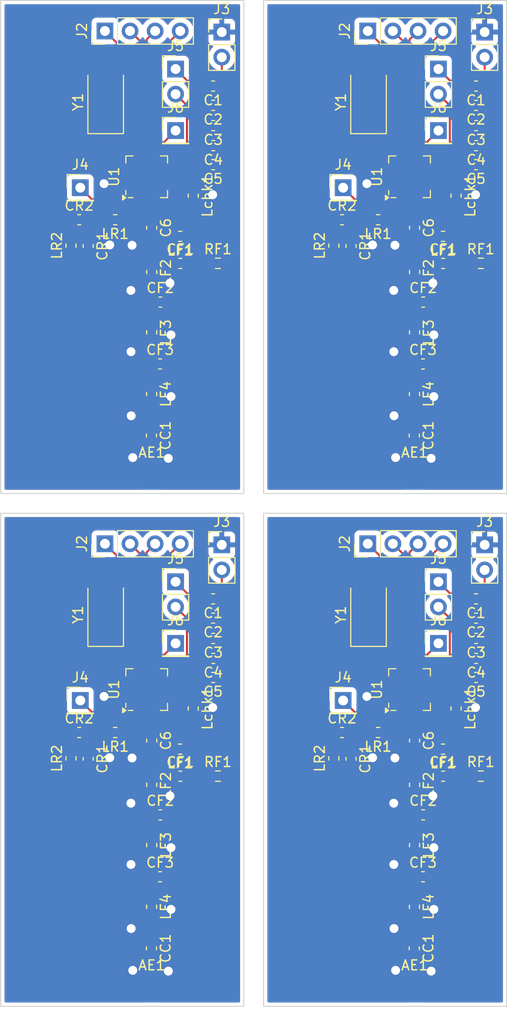
<source format=kicad_pcb>
(kicad_pcb (version 20241229) (generator "pcbnew") (generator_version "9.0")
  (layers (0 "F.Cu" signal) (2 "B.Cu" signal) (13 "F.Paste" user) (15 "B.Paste" user) (5 "F.SilkS" user "F.Silkscreen") (7 "B.SilkS" user "B.Silkscreen") (1 "F.Mask" user) (3 "B.Mask" user) (25 "Edge.Cuts" user))
  (net 0 "")
  (net 1 "Board_0-+3.3V")
  (net 2 "Board_0-/GPIO0")
  (net 3 "Board_0-/GPIO1")
  (net 4 "Board_0-GND")
  (net 5 "Board_0-MISO")
  (net 6 "Board_0-MOSI")
  (net 7 "Board_0-Net-(AE1-A)")
  (net 8 "Board_0-Net-(C6-Pad2)")
  (net 9 "Board_0-Net-(CC1-Pad1)")
  (net 10 "Board_0-Net-(CF1-Pad2)")
  (net 11 "Board_0-Net-(CF2-Pad1)")
  (net 12 "Board_0-Net-(CF3-Pad1)")
  (net 13 "Board_0-Net-(U1-RXn)")
  (net 14 "Board_0-Net-(U1-RXp)")
  (net 15 "Board_0-Net-(U1-TX)")
  (net 16 "Board_0-Net-(U1-XIN)")
  (net 17 "Board_0-Net-(U1-XOUT)")
  (net 18 "Board_0-SCLK")
  (net 19 "Board_0-unconnected-(U1-GND-Pad18)")
  (net 20 "Board_0-unconnected-(U1-GPIO2-Pad19)")
  (net 21 "Board_0-unconnected-(U1-GPIO3-Pad20)")
  (net 22 "Board_0-unconnected-(U1-TXRAMP-Pad7)")
  (net 23 "Board_0-~{RF_CS}")
  (net 24 "Board_0-~{RF_EN}")
  (net 25 "Board_0-~{RF_IRQ}")
  (net 26 "Board_1-+3.3V")
  (net 27 "Board_1-/GPIO0")
  (net 28 "Board_1-/GPIO1")
  (net 29 "Board_1-GND")
  (net 30 "Board_1-MISO")
  (net 31 "Board_1-MOSI")
  (net 32 "Board_1-Net-(AE1-A)")
  (net 33 "Board_1-Net-(C6-Pad2)")
  (net 34 "Board_1-Net-(CC1-Pad1)")
  (net 35 "Board_1-Net-(CF1-Pad2)")
  (net 36 "Board_1-Net-(CF2-Pad1)")
  (net 37 "Board_1-Net-(CF3-Pad1)")
  (net 38 "Board_1-Net-(U1-RXn)")
  (net 39 "Board_1-Net-(U1-RXp)")
  (net 40 "Board_1-Net-(U1-TX)")
  (net 41 "Board_1-Net-(U1-XIN)")
  (net 42 "Board_1-Net-(U1-XOUT)")
  (net 43 "Board_1-SCLK")
  (net 44 "Board_1-unconnected-(U1-GND-Pad18)")
  (net 45 "Board_1-unconnected-(U1-GPIO2-Pad19)")
  (net 46 "Board_1-unconnected-(U1-GPIO3-Pad20)")
  (net 47 "Board_1-unconnected-(U1-TXRAMP-Pad7)")
  (net 48 "Board_1-~{RF_CS}")
  (net 49 "Board_1-~{RF_EN}")
  (net 50 "Board_1-~{RF_IRQ}")
  (net 51 "Board_2-+3.3V")
  (net 52 "Board_2-/GPIO0")
  (net 53 "Board_2-/GPIO1")
  (net 54 "Board_2-GND")
  (net 55 "Board_2-MISO")
  (net 56 "Board_2-MOSI")
  (net 57 "Board_2-Net-(AE1-A)")
  (net 58 "Board_2-Net-(C6-Pad2)")
  (net 59 "Board_2-Net-(CC1-Pad1)")
  (net 60 "Board_2-Net-(CF1-Pad2)")
  (net 61 "Board_2-Net-(CF2-Pad1)")
  (net 62 "Board_2-Net-(CF3-Pad1)")
  (net 63 "Board_2-Net-(U1-RXn)")
  (net 64 "Board_2-Net-(U1-RXp)")
  (net 65 "Board_2-Net-(U1-TX)")
  (net 66 "Board_2-Net-(U1-XIN)")
  (net 67 "Board_2-Net-(U1-XOUT)")
  (net 68 "Board_2-SCLK")
  (net 69 "Board_2-unconnected-(U1-GND-Pad18)")
  (net 70 "Board_2-unconnected-(U1-GPIO2-Pad19)")
  (net 71 "Board_2-unconnected-(U1-GPIO3-Pad20)")
  (net 72 "Board_2-unconnected-(U1-TXRAMP-Pad7)")
  (net 73 "Board_2-~{RF_CS}")
  (net 74 "Board_2-~{RF_EN}")
  (net 75 "Board_2-~{RF_IRQ}")
  (net 76 "Board_3-+3.3V")
  (net 77 "Board_3-/GPIO0")
  (net 78 "Board_3-/GPIO1")
  (net 79 "Board_3-GND")
  (net 80 "Board_3-MISO")
  (net 81 "Board_3-MOSI")
  (net 82 "Board_3-Net-(AE1-A)")
  (net 83 "Board_3-Net-(C6-Pad2)")
  (net 84 "Board_3-Net-(CC1-Pad1)")
  (net 85 "Board_3-Net-(CF1-Pad2)")
  (net 86 "Board_3-Net-(CF2-Pad1)")
  (net 87 "Board_3-Net-(CF3-Pad1)")
  (net 88 "Board_3-Net-(U1-RXn)")
  (net 89 "Board_3-Net-(U1-RXp)")
  (net 90 "Board_3-Net-(U1-TX)")
  (net 91 "Board_3-Net-(U1-XIN)")
  (net 92 "Board_3-Net-(U1-XOUT)")
  (net 93 "Board_3-SCLK")
  (net 94 "Board_3-unconnected-(U1-GND-Pad18)")
  (net 95 "Board_3-unconnected-(U1-GPIO2-Pad19)")
  (net 96 "Board_3-unconnected-(U1-GPIO3-Pad20)")
  (net 97 "Board_3-unconnected-(U1-TXRAMP-Pad7)")
  (net 98 "Board_3-~{RF_CS}")
  (net 99 "Board_3-~{RF_EN}")
  (net 100 "Board_3-~{RF_IRQ}")
  (footprint "Connector_PinHeader_2.54mm:PinHeader_1x01_P2.54mm_Vertical" (layer "F.Cu") (at 140.595 85.035)
    (property "Reference" "J6")
    (property "Value" "Conn_01x01_Pin")
  )
  (footprint "Inductor_SMD:L_0603_1608Metric_Pad1.05x0.95mm_HandSolder" (layer "F.Cu") (at 164.78 47.47 -90)
    (property "Reference" "LF2")
    (property "Value" "47n")
  )
  (footprint "Capacitor_SMD:C_0603_1608Metric_Pad1.08x0.95mm_HandSolder" (layer "F.Cu") (at 171.0075 34.685 180)
    (property "Reference" "C4")
    (property "Value" "470p")
  )
  (footprint "Connector_PinHeader_2.54mm:PinHeader_1x02_P2.54mm_Vertical" (layer "F.Cu") (at 145.27 75.07)
    (property "Reference" "J3")
    (property "Value" "PWR")
  )
  (footprint "Crystal:Crystal_SMD_Abracon_ABM3-2Pin_5.0x3.2mm" (layer "F.Cu") (at 160.12 30.27 90)
    (property "Reference" "Y1")
    (property "Value" "30MHz")
  )
  (footprint "Inductor_SMD:L_0603_1608Metric_Pad1.05x0.95mm_HandSolder" (layer "F.Cu") (at 141.06 95.735 180)
    (property "Reference" "LF1")
    (property "Value" "33n")
  )
  (footprint "Capacitor_SMD:C_0603_1608Metric_Pad1.08x0.95mm_HandSolder" (layer "F.Cu") (at 170.995 88.485 180)
    (property "Reference" "C5")
    (property "Value" "100p")
  )
  (footprint "Capacitor_SMD:C_0603_1608Metric_Pad1.08x0.95mm_HandSolder" (layer "F.Cu") (at 144.4075 32.66 180)
    (property "Reference" "C3")
    (property "Value" "100n")
  )
  (footprint "Capacitor_SMD:C_0603_1608Metric_Pad1.08x0.95mm_HandSolder" (layer "F.Cu") (at 131.75 96.715 -90)
    (property "Reference" "CR1")
    (property "Value" "14p")
  )
  (footprint "Inductor_SMD:L_0603_1608Metric_Pad1.05x0.95mm_HandSolder" (layer "F.Cu") (at 138.17 59.815 -90)
    (property "Reference" "LF4")
    (property "Value" "47n")
  )
  (footprint "Capacitor_SMD:C_0603_1608Metric_Pad1.08x0.95mm_HandSolder" (layer "F.Cu") (at 157.4375 42.18)
    (property "Reference" "CR2")
    (property "Value" "6.8p")
  )
  (footprint "Capacitor_SMD:C_0603_1608Metric_Pad1.08x0.95mm_HandSolder" (layer "F.Cu") (at 164.78 94.8675 -90)
    (property "Reference" "C6")
    (property "Value" "470p")
  )
  (footprint "Connector_Wire:SolderWirePad_1x01_SMD_1x2mm" (layer "F.Cu") (at 138.18 120.145)
    (property "Reference" "AE1")
    (property "Value" "Antenna")
  )
  (footprint "Connector_PinHeader_2.54mm:PinHeader_1x02_P2.54mm_Vertical" (layer "F.Cu") (at 171.87 75.07)
    (property "Reference" "J3")
    (property "Value" "PWR")
  )
  (footprint "Inductor_SMD:L_0603_1608Metric_Pad1.05x0.95mm_HandSolder" (layer "F.Cu") (at 164.78 105.445 -90)
    (property "Reference" "LF3")
    (property "Value" "68n")
  )
  (footprint "Inductor_SMD:L_0603_1608Metric_Pad1.05x0.95mm_HandSolder" (layer "F.Cu") (at 138.18 99.345 -90)
    (property "Reference" "LF2")
    (property "Value" "47n")
  )
  (footprint "Connector_PinHeader_2.54mm:PinHeader_1x02_P2.54mm_Vertical" (layer "F.Cu") (at 167.195 26.935)
    (property "Reference" "J5")
    (property "Value" "Conn_01x02_Pin")
  )
  (footprint "Crystal:Crystal_SMD_Abracon_ABM3-2Pin_5.0x3.2mm" (layer "F.Cu") (at 133.52 30.27 90)
    (property "Reference" "Y1")
    (property "Value" "30MHz")
  )
  (footprint "Capacitor_SMD:C_0603_1608Metric_Pad1.08x0.95mm_HandSolder" (layer "F.Cu") (at 144.395 28.66 180)
    (property "Reference" "C1")
    (property "Value" "2.2u")
  )
  (footprint "Capacitor_SMD:C_0603_1608Metric_Pad1.08x0.95mm_HandSolder" (layer "F.Cu") (at 141.07 98.475)
    (property "Reference" "CF1")
    (property "Value" "36p")
  )
  (footprint "Connector_PinHeader_2.54mm:PinHeader_1x02_P2.54mm_Vertical" (layer "F.Cu") (at 140.595 78.81)
    (property "Reference" "J5")
    (property "Value" "Conn_01x02_Pin")
  )
  (footprint "Connector_PinHeader_2.54mm:PinHeader_1x02_P2.54mm_Vertical" (layer "F.Cu") (at 167.195 78.81)
    (property "Reference" "J5")
    (property "Value" "Conn_01x02_Pin")
  )
  (footprint "Connector_PinHeader_2.54mm:PinHeader_1x01_P2.54mm_Vertical" (layer "F.Cu") (at 167.195 85.035)
    (property "Reference" "J6")
    (property "Value" "Conn_01x01_Pin")
  )
  (footprint "Capacitor_SMD:C_0603_1608Metric_Pad1.08x0.95mm_HandSolder" (layer "F.Cu") (at 170.995 28.66 180)
    (property "Reference" "C1")
    (property "Value" "2.2u")
  )
  (footprint "Capacitor_SMD:C_0603_1608Metric_Pad1.08x0.95mm_HandSolder" (layer "F.Cu") (at 138.15 115.885 -90)
    (property "Reference" "CC1")
    (property "Value" "10n")
  )
  (footprint "Inductor_SMD:L_0603_1608Metric_Pad1.05x0.95mm_HandSolder" (layer "F.Cu") (at 141.06 43.86 180)
    (property "Reference" "LF1")
    (property "Value" "33n")
  )
  (footprint "Capacitor_SMD:C_0603_1608Metric_Pad1.08x0.95mm_HandSolder" (layer "F.Cu") (at 157.4375 94.055)
    (property "Reference" "CR2")
    (property "Value" "6.8p")
  )
  (footprint "Capacitor_SMD:C_0603_1608Metric_Pad1.08x0.95mm_HandSolder" (layer "F.Cu") (at 171.0075 32.66 180)
    (property "Reference" "C3")
    (property "Value" "100n")
  )
  (footprint "Capacitor_SMD:C_0603_1608Metric_Pad1.08x0.95mm_HandSolder" (layer "F.Cu") (at 130.8375 42.18)
    (property "Reference" "CR2")
    (property "Value" "6.8p")
  )
  (footprint "Capacitor_SMD:C_0603_1608Metric_Pad1.08x0.95mm_HandSolder" (layer "F.Cu") (at 130.8375 94.055)
    (property "Reference" "CR2")
    (property "Value" "6.8p")
  )
  (footprint "Capacitor_SMD:C_0603_1608Metric_Pad1.08x0.95mm_HandSolder" (layer "F.Cu") (at 164.75 115.885 -90)
    (property "Reference" "CC1")
    (property "Value" "10n")
  )
  (footprint "Capacitor_SMD:C_0603_1608Metric_Pad1.08x0.95mm_HandSolder" (layer "F.Cu") (at 144.4075 34.685 180)
    (property "Reference" "C4")
    (property "Value" "470p")
  )
  (footprint "Capacitor_SMD:C_0603_1608Metric_Pad1.08x0.95mm_HandSolder" (layer "F.Cu") (at 164.75 64.01 -90)
    (property "Reference" "CC1")
    (property "Value" "10n")
  )
  (footprint "Inductor_SMD:L_0603_1608Metric_Pad1.05x0.95mm_HandSolder" (layer "F.Cu") (at 134.485 42.18 180)
    (property "Reference" "LR1")
    (property "Value" "300n")
  )
  (footprint "Inductor_SMD:L_0603_1608Metric_Pad1.05x0.95mm_HandSolder" (layer "F.Cu") (at 164.78 99.345 -90)
    (property "Reference" "LF2")
    (property "Value" "47n")
  )
  (footprint "Connector_PinHeader_2.54mm:PinHeader_1x01_P2.54mm_Vertical" (layer "F.Cu") (at 140.595 33.16)
    (property "Reference" "J6")
    (property "Value" "Conn_01x01_Pin")
  )
  (footprint "Inductor_SMD:L_0603_1608Metric_Pad1.05x0.95mm_HandSolder" (layer "F.Cu") (at 138.18 105.445 -90)
    (property "Reference" "LF3")
    (property "Value" "68n")
  )
  (footprint "Capacitor_SMD:C_0603_1608Metric_Pad1.08x0.95mm_HandSolder" (layer "F.Cu") (at 165.65 102.385)
    (property "Reference" "CF2")
    (property "Value" "20p")
  )
  (footprint "Capacitor_SMD:C_0603_1608Metric_Pad1.08x0.95mm_HandSolder" (layer "F.Cu") (at 144.395 80.535 180)
    (property "Reference" "C1")
    (property "Value" "2.2u")
  )
  (footprint "Inductor_SMD:L_0603_1608Metric_Pad1.05x0.95mm_HandSolder" (layer "F.Cu") (at 138.18 47.47 -90)
    (property "Reference" "LF2")
    (property "Value" "47n")
  )
  (footprint "Connector_PinHeader_2.54mm:PinHeader_1x04_P2.54mm_Vertical" (layer "F.Cu") (at 133.445 74.96 90)
    (property "Reference" "J2")
    (property "Value" "SPI")
  )
  (footprint "Package_DFN_QFN:QFN-20-1EP_4x4mm_P0.5mm_EP2.6x2.6mm" (layer "F.Cu") (at 137.67 37.835 90)
    (property "Reference" "U1")
    (property "Value" "Si4463")
  )
  (footprint "Capacitor_SMD:C_0603_1608Metric_Pad1.08x0.95mm_HandSolder" (layer "F.Cu") (at 165.6275 108.645)
    (property "Reference" "CF3")
    (property "Value" "20p")
  )
  (footprint "Inductor_SMD:L_0603_1608Metric_Pad1.05x0.95mm_HandSolder" (layer "F.Cu") (at 134.485 94.055 180)
    (property "Reference" "LR1")
    (property "Value" "300n")
  )
  (footprint "Connector_Wire:SolderWirePad_1x01_SMD_1x2mm" (layer "F.Cu") (at 164.78 68.27)
    (property "Reference" "AE1")
    (property "Value" "Antenna")
  )
  (footprint "Inductor_SMD:L_0603_1608Metric_Pad1.05x0.95mm_HandSolder" (layer "F.Cu") (at 156.61 44.795 90)
    (property "Reference" "LR2")
    (property "Value" "180n")
  )
  (footprint "Inductor_SMD:L_0603_1608Metric_Pad1.05x0.95mm_HandSolder" (layer "F.Cu") (at 167.66 43.86 180)
    (property "Reference" "LF1")
    (property "Value" "33n")
  )
  (footprint "Capacitor_SMD:C_0603_1608Metric_Pad1.08x0.95mm_HandSolder" (layer "F.Cu") (at 170.995 82.485 180)
    (property "Reference" "C2")
    (property "Value" "100n")
  )
  (footprint "Connector_PinHeader_2.54mm:PinHeader_1x04_P2.54mm_Vertical" (layer "F.Cu") (at 133.445 23.085 90)
    (property "Reference" "J2")
    (property "Value" "SPI")
  )
  (footprint "Connector_PinHeader_2.54mm:PinHeader_1x02_P2.54mm_Vertical" (layer "F.Cu") (at 171.87 23.195)
    (property "Reference" "J3")
    (property "Value" "PWR")
  )
  (footprint "Capacitor_SMD:C_0603_1608Metric_Pad1.08x0.95mm_HandSolder" (layer "F.Cu") (at 138.18 42.9925 -90)
    (property "Reference" "C6")
    (property "Value" "470p")
  )
  (footprint "Capacitor_SMD:C_0603_1608Metric_Pad1.08x0.95mm_HandSolder" (layer "F.Cu") (at 170.995 30.61 180)
    (property "Reference" "C2")
    (property "Value" "100n")
  )
  (footprint "Connector_PinHeader_2.54mm:PinHeader_1x01_P2.54mm_Vertical" (layer "F.Cu") (at 130.95 38.94)
    (property "Reference" "J4")
    (property "Value" "Conn_01x01_Pin")
  )
  (footprint "Capacitor_SMD:C_0603_1608Metric_Pad1.08x0.95mm_HandSolder" (layer "F.Cu") (at 171.0075 86.56 180)
    (property "Reference" "C4")
    (property "Value" "470p")
  )
  (footprint "Capacitor_SMD:C_0603_1608Metric_Pad1.08x0.95mm_HandSolder" (layer "F.Cu") (at 158.35 96.715 -90)
    (property "Reference" "CR1")
    (property "Value" "14p")
  )
  (footprint "Crystal:Crystal_SMD_Abracon_ABM3-2Pin_5.0x3.2mm" (layer "F.Cu") (at 160.12 82.145 90)
    (property "Reference" "Y1")
    (property "Value" "30MHz")
  )
  (footprint "Capacitor_SMD:C_0603_1608Metric_Pad1.08x0.95mm_HandSolder" (layer "F.Cu") (at 167.67 46.6)
    (property "Reference" "CF1")
    (property "Value" "36p")
  )
  (footprint "Capacitor_SMD:C_0603_1608Metric_Pad1.08x0.95mm_HandSolder" (layer "F.Cu") (at 164.78 42.9925 -90)
    (property "Reference" "C6")
    (property "Value" "470p")
  )
  (footprint "Connector_PinHeader_2.54mm:PinHeader_1x02_P2.54mm_Vertical" (layer "F.Cu") (at 140.595 26.935)
    (property "Reference" "J5")
    (property "Value" "Conn_01x02_Pin")
  )
  (footprint "Inductor_SMD:L_0603_1608Metric_Pad1.05x0.95mm_HandSolder" (layer "F.Cu") (at 138.18 53.57 -90)
    (property "Reference" "LF3")
    (property "Value" "68n")
  )
  (footprint "Inductor_SMD:L_0603_1608Metric_Pad1.05x0.95mm_HandSolder" (layer "F.Cu") (at 142.38 91.625 -90)
    (property "Reference" "Lchk1")
    (property "Value" "390n")
  )
  (footprint "Resistor_SMD:R_0603_1608Metric_Pad0.98x0.95mm_HandSolder" (layer "F.Cu") (at 171.48 46.59)
    (property "Reference" "RF1")
    (property "Value" "50")
  )
  (footprint "Capacitor_SMD:C_0603_1608Metric_Pad1.08x0.95mm_HandSolder" (layer "F.Cu") (at 139.05 50.51)
    (property "Reference" "CF2")
    (property "Value" "20p")
  )
  (footprint "Capacitor_SMD:C_0603_1608Metric_Pad1.08x0.95mm_HandSolder" (layer "F.Cu") (at 144.395 36.61 180)
    (property "Reference" "C5")
    (property "Value" "100p")
  )
  (footprint "Crystal:Crystal_SMD_Abracon_ABM3-2Pin_5.0x3.2mm" (layer "F.Cu") (at 133.52 82.145 90)
    (property "Reference" "Y1")
    (property "Value" "30MHz")
  )
  (footprint "Capacitor_SMD:C_0603_1608Metric_Pad1.08x0.95mm_HandSolder" (layer "F.Cu") (at 144.4075 84.535 180)
    (property "Reference" "C3")
    (property "Value" "100n")
  )
  (footprint "Connector_PinHeader_2.54mm:PinHeader_1x01_P2.54mm_Vertical" (layer "F.Cu") (at 130.95 90.815)
    (property "Reference" "J4")
    (property "Value" "Conn_01x01_Pin")
  )
  (footprint "Capacitor_SMD:C_0603_1608Metric_Pad1.08x0.95mm_HandSolder" (layer "F.Cu") (at 141.07 46.6)
    (property "Reference" "CF1")
    (property "Value" "36p")
  )
  (footprint "Capacitor_SMD:C_0603_1608Metric_Pad1.08x0.95mm_HandSolder" (layer "F.Cu") (at 158.35 44.84 -90)
    (property "Reference" "CR1")
    (property "Value" "14p")
  )
  (footprint "Inductor_SMD:L_0603_1608Metric_Pad1.05x0.95mm_HandSolder" (layer "F.Cu") (at 164.78 53.57 -90)
    (property "Reference" "LF3")
    (property "Value" "68n")
  )
  (footprint "Capacitor_SMD:C_0603_1608Metric_Pad1.08x0.95mm_HandSolder" (layer "F.Cu") (at 165.6275 56.77)
    (property "Reference" "CF3")
    (property "Value" "20p")
  )
  (footprint "Package_DFN_QFN:QFN-20-1EP_4x4mm_P0.5mm_EP2.6x2.6mm" (layer "F.Cu") (at 164.27 89.71 90)
    (property "Reference" "U1")
    (property "Value" "Si4463")
  )
  (footprint "Resistor_SMD:R_0603_1608Metric_Pad0.98x0.95mm_HandSolder" (layer "F.Cu") (at 171.48 98.465)
    (property "Reference" "RF1")
    (property "Value" "50")
  )
  (footprint "Connector_PinHeader_2.54mm:PinHeader_1x04_P2.54mm_Vertical" (layer "F.Cu") (at 160.045 74.96 90)
    (property "Reference" "J2")
    (property "Value" "SPI")
  )
  (footprint "Inductor_SMD:L_0603_1608Metric_Pad1.05x0.95mm_HandSolder" (layer "F.Cu") (at 142.38 39.75 -90)
    (property "Reference" "Lchk1")
    (property "Value" "390n")
  )
  (footprint "Inductor_SMD:L_0603_1608Metric_Pad1.05x0.95mm_HandSolder" (layer "F.Cu") (at 130.01 96.67 90)
    (property "Reference" "LR2")
    (property "Value" "180n")
  )
  (footprint "Capacitor_SMD:C_0603_1608Metric_Pad1.08x0.95mm_HandSolder" (layer "F.Cu") (at 139.05 102.385)
    (property "Reference" "CF2")
    (property "Value" "20p")
  )
  (footprint "Capacitor_SMD:C_0603_1608Metric_Pad1.08x0.95mm_HandSolder" (layer "F.Cu") (at 170.995 36.61 180)
    (property "Reference" "C5")
    (property "Value" "100p")
  )
  (footprint "Connector_Wire:SolderWirePad_1x01_SMD_1x2mm" (layer "F.Cu") (at 164.78 120.145)
    (property "Reference" "AE1")
    (property "Value" "Antenna")
  )
  (footprint "Inductor_SMD:L_0603_1608Metric_Pad1.05x0.95mm_HandSolder" (layer "F.Cu") (at 130.01 44.795 90)
    (property "Reference" "LR2")
    (property "Value" "180n")
  )
  (footprint "Resistor_SMD:R_0603_1608Metric_Pad0.98x0.95mm_HandSolder" (layer "F.Cu") (at 144.88 46.59)
    (property "Reference" "RF1")
    (property "Value" "50")
  )
  (footprint "Package_DFN_QFN:QFN-20-1EP_4x4mm_P0.5mm_EP2.6x2.6mm" (layer "F.Cu") (at 137.67 89.71 90)
    (property "Reference" "U1")
    (property "Value" "Si4463")
  )
  (footprint "Inductor_SMD:L_0603_1608Metric_Pad1.05x0.95mm_HandSolder" (layer "F.Cu") (at 167.66 95.735 180)
    (property "Reference" "LF1")
    (property "Value" "33n")
  )
  (footprint "Connector_PinHeader_2.54mm:PinHeader_1x02_P2.54mm_Vertical" (layer "F.Cu") (at 145.27 23.195)
    (property "Reference" "J3")
    (property "Value" "PWR")
  )
  (footprint "Capacitor_SMD:C_0603_1608Metric_Pad1.08x0.95mm_HandSolder" (layer "F.Cu") (at 144.395 30.61 180)
    (property "Reference" "C2")
    (property "Value" "100n")
  )
  (footprint "Inductor_SMD:L_0603_1608Metric_Pad1.05x0.95mm_HandSolder" (layer "F.Cu") (at 164.77 111.69 -90)
    (property "Reference" "LF4")
    (property "Value" "47n")
  )
  (footprint "Capacitor_SMD:C_0603_1608Metric_Pad1.08x0.95mm_HandSolder" (layer "F.Cu") (at 144.395 82.485 180)
    (property "Reference" "C2")
    (property "Value" "100n")
  )
  (footprint "Inductor_SMD:L_0603_1608Metric_Pad1.05x0.95mm_HandSolder" (layer "F.Cu") (at 156.61 96.67 90)
    (property "Reference" "LR2")
    (property "Value" "180n")
  )
  (footprint "Resistor_SMD:R_0603_1608Metric_Pad0.98x0.95mm_HandSolder" (layer "F.Cu") (at 144.88 98.465)
    (property "Reference" "RF1")
    (property "Value" "50")
  )
  (footprint "Capacitor_SMD:C_0603_1608Metric_Pad1.08x0.95mm_HandSolder" (layer "F.Cu") (at 170.995 80.535 180)
    (property "Reference" "C1")
    (property "Value" "2.2u")
  )
  (footprint "Package_DFN_QFN:QFN-20-1EP_4x4mm_P0.5mm_EP2.6x2.6mm" (layer "F.Cu") (at 164.27 37.835 90)
    (property "Reference" "U1")
    (property "Value" "Si4463")
  )
  (footprint "Capacitor_SMD:C_0603_1608Metric_Pad1.08x0.95mm_HandSolder" (layer "F.Cu") (at 144.4075 86.56 180)
    (property "Reference" "C4")
    (property "Value" "470p")
  )
  (footprint "Capacitor_SMD:C_0603_1608Metric_Pad1.08x0.95mm_HandSolder" (layer "F.Cu") (at 165.65 50.51)
    (property "Reference" "CF2")
    (property "Value" "20p")
  )
  (footprint "Connector_PinHeader_2.54mm:PinHeader_1x01_P2.54mm_Vertical" (layer "F.Cu") (at 167.195 33.16)
    (property "Reference" "J6")
    (property "Value" "Conn_01x01_Pin")
  )
  (footprint "Capacitor_SMD:C_0603_1608Metric_Pad1.08x0.95mm_HandSolder" (layer "F.Cu") (at 139.0275 56.77)
    (property "Reference" "CF3")
    (property "Value" "20p")
  )
  (footprint "Inductor_SMD:L_0603_1608Metric_Pad1.05x0.95mm_HandSolder" (layer "F.Cu") (at 168.98 91.625 -90)
    (property "Reference" "Lchk1")
    (property "Value" "390n")
  )
  (footprint "Capacitor_SMD:C_0603_1608Metric_Pad1.08x0.95mm_HandSolder" (layer "F.Cu") (at 131.75 44.84 -90)
    (property "Reference" "CR1")
    (property "Value" "14p")
  )
  (footprint "Capacitor_SMD:C_0603_1608Metric_Pad1.08x0.95mm_HandSolder" (layer "F.Cu") (at 171.0075 84.535 180)
    (property "Reference" "C3")
    (property "Value" "100n")
  )
  (footprint "Capacitor_SMD:C_0603_1608Metric_Pad1.08x0.95mm_HandSolder" (layer "F.Cu") (at 139.0275 108.645)
    (property "Reference" "CF3")
    (property "Value" "20p")
  )
  (footprint "Inductor_SMD:L_0603_1608Metric_Pad1.05x0.95mm_HandSolder" (layer "F.Cu") (at 161.085 94.055 180)
    (property "Reference" "LR1")
    (property "Value" "300n")
  )
  (footprint "Connector_PinHeader_2.54mm:PinHeader_1x01_P2.54mm_Vertical" (layer "F.Cu") (at 157.55 38.94)
    (property "Reference" "J4")
    (property "Value" "Conn_01x01_Pin")
  )
  (footprint "Connector_PinHeader_2.54mm:PinHeader_1x04_P2.54mm_Vertical" (layer "F.Cu") (at 160.045 23.085 90)
    (property "Reference" "J2")
    (property "Value" "SPI")
  )
  (footprint "Capacitor_SMD:C_0603_1608Metric_Pad1.08x0.95mm_HandSolder" (layer "F.Cu") (at 144.395 88.485 180)
    (property "Reference" "C5")
    (property "Value" "100p")
  )
  (footprint "Connector_Wire:SolderWirePad_1x01_SMD_1x2mm" (layer "F.Cu") (at 138.18 68.27)
    (property "Reference" "AE1")
    (property "Value" "Antenna")
  )
  (footprint "Capacitor_SMD:C_0603_1608Metric_Pad1.08x0.95mm_HandSolder" (layer "F.Cu") (at 138.15 64.01 -90)
    (property "Reference" "CC1")
    (property "Value" "10n")
  )
  (footprint "Connector_PinHeader_2.54mm:PinHeader_1x01_P2.54mm_Vertical" (layer "F.Cu") (at 157.55 90.815)
    (property "Reference" "J4")
    (property "Value" "Conn_01x01_Pin")
  )
  (footprint "Capacitor_SMD:C_0603_1608Metric_Pad1.08x0.95mm_HandSolder" (layer "F.Cu") (at 138.18 94.8675 -90)
    (property "Reference" "C6")
    (property "Value" "470p")
  )
  (footprint "Capacitor_SMD:C_0603_1608Metric_Pad1.08x0.95mm_HandSolder" (layer "F.Cu") (at 167.67 98.475)
    (property "Reference" "CF1")
    (property "Value" "36p")
  )
  (footprint "Inductor_SMD:L_0603_1608Metric_Pad1.05x0.95mm_HandSolder" (layer "F.Cu") (at 168.98 39.75 -90)
    (property "Reference" "Lchk1")
    (property "Value" "390n")
  )
  (footprint "Inductor_SMD:L_0603_1608Metric_Pad1.05x0.95mm_HandSolder" (layer "F.Cu") (at 138.17 111.69 -90)
    (property "Reference" "LF4")
    (property "Value" "47n")
  )
  (footprint "Inductor_SMD:L_0603_1608Metric_Pad1.05x0.95mm_HandSolder" (layer "F.Cu") (at 164.77 59.815 -90)
    (property "Reference" "LF4")
    (property "Value" "47n")
  )
  (footprint "Inductor_SMD:L_0603_1608Metric_Pad1.05x0.95mm_HandSolder" (layer "F.Cu") (at 161.085 42.18 180)
    (property "Reference" "LR1")
    (property "Value" "300n")
  )
  (gr_line (start 122.9 71.875) (end 122.9 121.75) (stroke (width 0.1)) (layer "Edge.Cuts"))
  (gr_line (start 147.5 71.875) (end 122.9 71.875) (stroke (width 0.1)) (layer "Edge.Cuts"))
  (gr_line (start 122.9 69.875) (end 147.5 69.875) (stroke (width 0.1)) (layer "Edge.Cuts"))
  (gr_line (start 149.5 69.875) (end 174.1 69.875) (stroke (width 0.1)) (layer "Edge.Cuts"))
  (gr_line (start 174.1 71.875) (end 149.5 71.875) (stroke (width 0.1)) (layer "Edge.Cuts"))
  (gr_line (start 149.5 71.875) (end 149.5 121.75) (stroke (width 0.1)) (layer "Edge.Cuts"))
  (gr_line (start 174.1 20) (end 149.5 20) (stroke (width 0.1)) (layer "Edge.Cuts"))
  (gr_line (start 122.9 121.75) (end 147.5 121.75) (stroke (width 0.1)) (layer "Edge.Cuts"))
  (gr_line (start 122.9 20) (end 122.9 69.875) (stroke (width 0.1)) (layer "Edge.Cuts"))
  (gr_line (start 149.5 121.75) (end 174.1 121.75) (stroke (width 0.1)) (layer "Edge.Cuts"))
  (gr_line (start 147.5 69.875) (end 147.5 20) (stroke (width 0.1)) (layer "Edge.Cuts"))
  (gr_line (start 149.5 20) (end 149.5 69.875) (stroke (width 0.1)) (layer "Edge.Cuts"))
  (gr_line (start 147.5 121.75) (end 147.5 71.875) (stroke (width 0.1)) (layer "Edge.Cuts"))
  (gr_line (start 147.5 20) (end 122.9 20) (stroke (width 0.1)) (layer "Edge.Cuts"))
  (gr_line (start 174.1 69.875) (end 174.1 20) (stroke (width 0.1)) (layer "Edge.Cuts"))
  (gr_line (start 174.1 121.75) (end 174.1 71.875) (stroke (width 0.1)) (layer "Edge.Cuts"))
  (segment (start 145.2575 30.61) (end 145.2575 32.6475) (width 0.2) (layer "F.Cu") (net 1))
  (segment (start 145.27 25.735) (end 145.27 28.6475) (width 0.2) (layer "F.Cu") (net 1))
  (segment (start 145.2575 32.6475) (end 145.27 32.66) (width 0.2) (layer "F.Cu") (net 1))
  (segment (start 145.2575 36.61) (end 145.17 36.61) (width 0.2) (layer "F.Cu") (net 1))
  (segment (start 142.9925 38.875) (end 145.2575 36.61) (width 0.2) (layer "F.Cu") (net 1))
  (segment (start 145.17 36.61) (end 143.945 37.835) (width 0.2) (layer "F.Cu") (net 1))
  (segment (start 143.945 37.835) (end 139.595 37.835) (width 0.2) (layer "F.Cu") (net 1))
  (segment (start 139.635 38.875) (end 139.595 38.835) (width 0.2) (layer "F.Cu") (net 1))
  (segment (start 145.2575 28.66) (end 145.2575 30.61) (width 0.2) (layer "F.Cu") (net 1))
  (segment (start 145.27 32.66) (end 145.27 34.685) (width 0.2) (layer "F.Cu") (net 1))
  (segment (start 145.27 34.685) (end 145.27 36.5975) (width 0.2) (layer "F.Cu") (net 1))
  (segment (start 142.38 38.875) (end 142.9925 38.875) (width 0.2) (layer "F.Cu") (net 1))
  (segment (start 142.38 38.875) (end 139.635 38.875) (width 0.2) (layer "F.Cu") (net 1))
  (segment (start 145.27 28.6475) (end 145.2575 28.66) (width 0.2) (layer "F.Cu") (net 1))
  (segment (start 145.27 36.5975) (end 145.2575 36.61) (width 0.2) (layer "F.Cu") (net 1))
  (segment (start 142.32 28.66) (end 140.595 26.935) (width 0.2) (layer "F.Cu") (net 2))
  (segment (start 142.32 35.049386) (end 142.32 28.66) (width 0.2) (layer "F.Cu") (net 2))
  (segment (start 139.595 37.335) (end 140.034386 37.335) (width 0.2) (layer "F.Cu") (net 2))
  (segment (start 140.034386 37.335) (end 142.32 35.049386) (width 0.2) (layer "F.Cu") (net 2))
  (segment (start 139.595 36.835) (end 141.745 34.685) (width 0.2) (layer "F.Cu") (net 3))
  (segment (start 141.745 30.625) (end 140.595 29.475) (width 0.2) (layer "F.Cu") (net 3))
  (segment (start 141.745 34.685) (end 141.745 30.625) (width 0.2) (layer "F.Cu") (net 3))
  (segment (start 138.67 39.76) (end 144.24 39.76) (width 0.2) (layer "F.Cu") (net 4))
  (segment (start 138.67 38.835) (end 137.67 37.835) (width 0.2) (layer "F.Cu") (net 4))
  (segment (start 136.175 39.33) (end 137.67 37.835) (width 0.1525) (layer "F.Cu") (net 4))
  (segment (start 144.24 39.76) (end 144.35 39.65) (width 0.2) (layer "F.Cu") (net 4))
  (segment (start 132.0075 45.6875) (end 132.01 45.685) (width 0.2) (layer "F.Cu") (net 4))
  (segment (start 134.15 39.33) (end 136.175 39.33) (width 0.1525) (layer "F.Cu") (net 4))
  (segment (start 133.35 38.53) (end 134.15 39.33) (width 0.1525) (layer "F.Cu") (net 4))
  (segment (start 138.67 39.76) (end 138.67 38.835) (width 0.2) (layer "F.Cu") (net 4))
  (via (at 136.26 66.24) (size 1.5) (drill 0.9) (layers "F.Cu" "B.Cu") (net 4))
  (via (at 139.86 66.32) (size 1.5) (drill 0.9) (layers "F.Cu" "B.Cu") (net 4))
  (via (at 136.1 62.01) (size 1.5) (drill 0.9) (layers "F.Cu" "B.Cu") (net 4))
  (via (at 136.07 49.33) (size 1.5) (drill 0.9) (layers "F.Cu" "B.Cu") (net 4))
  (via (at 140.03 48.59) (size 1.5) (drill 0.9) (layers "F.Cu" "B.Cu") (net 4))
  (via (at 144.35 39.65) (size 1.5) (drill 0.9) (layers "F.Cu" "B.Cu") (net 4))
  (via (at 136.08 55.53) (size 1.5) (drill 0.9) (layers "F.Cu" "B.Cu") (net 4))
  (via (at 140.13 60.07) (size 1.5) (drill 0.9) (layers "F.Cu" "B.Cu") (net 4))
  (via (at 136.19 44.76) (size 1.5) (drill 0.9) (layers "F.Cu" "B.Cu") (net 4))
  (via (at 133.35 38.53) (size 1.5) (drill 0.9) (layers "F.Cu" "B.Cu") (net 4))
  (via (at 140.13 53.83) (size 1.5) (drill 0.9) (layers "F.Cu" "B.Cu") (net 4))
  (via (at 133.93 44.73) (size 1.5) (drill 0.9) (layers "F.Cu" "B.Cu") (net 4))
  (segment (start 137.67 23.94) (end 138.525 23.085) (width 0.2) (layer "F.Cu") (net 5))
  (segment (start 137.67 35.91) (end 137.67 23.94) (width 0.2) (layer "F.Cu") (net 5))
  (segment (start 137.17 35.91) (end 137.17 24.27) (width 0.2) (layer "F.Cu") (net 6))
  (segment (start 137.17 24.27) (end 135.985 23.085) (width 0.2) (layer "F.Cu") (net 6))
  (segment (start 138.15 68.24) (end 138.18 68.27) (width 0.2) (layer "F.Cu") (net 7))
  (segment (start 138.15 64.8725) (end 138.15 68.24) (width 0.2) (layer "F.Cu") (net 7))
  (segment (start 138.185 43.86) (end 138.18 43.855) (width 0.2) (layer "F.Cu") (net 8))
  (segment (start 130.01 43.92) (end 129.235 44.695) (width 0.2) (layer "F.Cu") (net 8))
  (segment (start 129.235 44.695) (end 129.235 46.186722) (width 0.2) (layer "F.Cu") (net 8))
  (segment (start 138.18 46.595) (end 140.2025 46.595) (width 0.2) (layer "F.Cu") (net 8))
  (segment (start 140.185 43.86) (end 138.185 43.86) (width 0.2) (layer "F.Cu") (net 8))
  (segment (start 131.7 42.18) (end 130.01 43.87) (width 0.2) (layer "F.Cu") (net 8))
  (segment (start 140.2025 46.595) (end 140.2075 46.6) (width 0.2) (layer "F.Cu") (net 8))
  (segment (start 129.643278 46.595) (end 138.18 46.595) (width 0.2) (layer "F.Cu") (net 8))
  (segment (start 129.235 46.186722) (end 129.643278 46.595) (width 0.2) (layer "F.Cu") (net 8))
  (segment (start 138.17 43.865) (end 138.18 43.855) (width 0.2) (layer "F.Cu") (net 8))
  (segment (start 138.18 43.855) (end 138.18 46.595) (width 0.2) (layer "F.Cu") (net 8))
  (segment (start 130.01 43.87) (end 130.01 43.92) (width 0.2) (layer "F.Cu") (net 8))
  (segment (start 138.15 63.1475) (end 138.15 60.71) (width 0.2) (layer "F.Cu") (net 9))
  (segment (start 138.15 60.71) (end 138.17 60.69) (width 0.2) (layer "F.Cu") (net 9))
  (segment (start 141.9325 46.6) (end 141.9325 43.8625) (width 0.2) (layer "F.Cu") (net 10))
  (segment (start 141.9325 43.8625) (end 141.935 43.86) (width 0.2) (layer "F.Cu") (net 10))
  (segment (start 141.9325 46.6) (end 143.9575 46.6) (width 0.2) (layer "F.Cu") (net 10))
  (segment (start 143.9575 46.6) (end 143.9675 46.59) (width 0.2) (layer "F.Cu") (net 10))
  (segment (start 138.18 48.345) (end 138.18 50.5025) (width 0.2) (layer "F.Cu") (net 11))
  (segment (start 138.18 50.5025) (end 138.1875 50.51) (width 0.2) (layer "F.Cu") (net 11))
  (segment (start 138.1875 52.6875) (end 138.18 52.695) (width 0.2) (layer "F.Cu") (net 11))
  (segment (start 138.1875 50.51) (end 138.1875 52.6875) (width 0.2) (layer "F.Cu") (net 11))
  (segment (start 138.18 54.445) (end 138.18 56.755) (width 0.2) (layer "F.Cu") (net 12))
  (segment (start 138.18 56.755) (end 138.165 56.77) (width 0.2) (layer "F.Cu") (net 12))
  (segment (start 138.17 58.94) (end 138.17 56.775) (width 0.2) (layer "F.Cu") (net 12))
  (segment (start 138.17 56.775) (end 138.165 56.77) (width 0.2) (layer "F.Cu") (net 12))
  (segment (start 136.050778 42.955) (end 137.67 41.335778) (width 0.2) (layer "F.Cu") (net 13))
  (segment (start 130.01 45.67) (end 130.01 45.9125) (width 0.2) (layer "F.Cu") (net 13))
  (segment (start 130.01 45.67) (end 130.0575 45.67) (width 0.2) (layer "F.Cu") (net 13))
  (segment (start 130.0575 45.67) (end 131.75 43.9775) (width 0.2) (layer "F.Cu") (net 13))
  (segment (start 131.8125 43.9775) (end 133.61 42.18) (width 0.2) (layer "F.Cu") (net 13))
  (segment (start 134.385 42.955) (end 136.050778 42.955) (width 0.2) (layer "F.Cu") (net 13))
  (segment (start 137.67 41.335778) (end 137.67 39.76) (width 0.2) (layer "F.Cu") (net 13))
  (segment (start 133.61 42.18) (end 134.385 42.955) (width 0.2) (layer "F.Cu") (net 13))
  (segment (start 131.75 43.9775) (end 131.8125 43.9775) (width 0.2) (layer "F.Cu") (net 13))
  (segment (start 135.885 42.18) (end 137.17 40.895) (width 0.2) (layer "F.Cu") (net 14))
  (segment (start 137.17 40.895) (end 137.17 39.76) (width 0.2) (layer "F.Cu") (net 14))
  (segment (start 134.585 41.405) (end 135.36 42.18) (width 0.2) (layer "F.Cu") (net 14))
  (segment (start 135.36 42.18) (end 135.885 42.18) (width 0.2) (layer "F.Cu") (net 14))
  (segment (start 130.75 41.405) (end 134.585 41.405) (width 0.2) (layer "F.Cu") (net 14))
  (segment (start 129.975 42.18) (end 130.75 41.405) (width 0.2) (layer "F.Cu") (net 14))
  (segment (start 138.17 40.21) (end 138.17 39.76) (width 0.2) (layer "F.Cu") (net 15))
  (segment (start 138.17 39.76) (end 138.17 42.12) (width 0.2) (layer "F.Cu") (net 15))
  (segment (start 138.585 40.625) (end 138.17 40.21) (width 0.2) (layer "F.Cu") (net 15))
  (segment (start 142.38 40.625) (end 138.585 40.625) (width 0.2) (layer "F.Cu") (net 15))
  (segment (start 138.17 42.12) (end 138.18 42.13) (width 0.2) (layer "F.Cu") (net 15))
  (segment (start 135.305614 37.335) (end 133.52 35.549386) (width 0.2) (layer "F.Cu") (net 16))
  (segment (start 135.745 37.335) (end 135.305614 37.335) (width 0.2) (layer "F.Cu") (net 16))
  (segment (start 133.52 35.549386) (end 133.52 32.32) (width 0.2) (layer "F.Cu") (net 16))
  (segment (start 135.745 36.835) (end 135.745 31.795) (width 0.2) (layer "F.Cu") (net 17))
  (segment (start 133.52 29.57) (end 133.52 28.22) (width 0.2) (layer "F.Cu") (net 17))
  (segment (start 135.745 31.795) (end 133.52 29.57) (width 0.2) (layer "F.Cu") (net 17))
  (segment (start 138.17 35.91) (end 138.17 25.98) (width 0.2) (layer "F.Cu") (net 18))
  (segment (start 138.17 25.98) (end 141.065 23.085) (width 0.2) (layer "F.Cu") (net 18))
  (segment (start 136.67 26.31) (end 133.445 23.085) (width 0.2) (layer "F.Cu") (net 23))
  (segment (start 136.67 35.91) (end 136.67 26.31) (width 0.2) (layer "F.Cu") (net 23))
  (segment (start 136.67 39.76) (end 135.63 40.8) (width 0.2) (layer "F.Cu") (net 24))
  (segment (start 132.81 40.8) (end 130.95 38.94) (width 0.2) (layer "F.Cu") (net 24))
  (segment (start 135.63 40.8) (end 132.81 40.8) (width 0.2) (layer "F.Cu") (net 24))
  (segment (start 138.67 35.91) (end 138.67 35.085) (width 0.2) (layer "F.Cu") (net 25))
  (segment (start 138.67 35.085) (end 140.595 33.16) (width 0.2) (layer "F.Cu") (net 25))
  (segment (start 171.87 28.6475) (end 171.8575 28.66) (width 0.2) (layer "F.Cu") (net 26))
  (segment (start 171.87 25.735) (end 171.87 28.6475) (width 0.2) (layer "F.Cu") (net 26))
  (segment (start 166.235 38.875) (end 166.195 38.835) (width 0.2) (layer "F.Cu") (net 26))
  (segment (start 171.87 32.66) (end 171.87 34.685) (width 0.2) (layer "F.Cu") (net 26))
  (segment (start 171.77 36.61) (end 170.545 37.835) (width 0.2) (layer "F.Cu") (net 26))
  (segment (start 171.87 36.5975) (end 171.8575 36.61) (width 0.2) (layer "F.Cu") (net 26))
  (segment (start 171.8575 30.61) (end 171.8575 32.6475) (width 0.2) (layer "F.Cu") (net 26))
  (segment (start 168.98 38.875) (end 169.5925 38.875) (width 0.2) (layer "F.Cu") (net 26))
  (segment (start 170.545 37.835) (end 166.195 37.835) (width 0.2) (layer "F.Cu") (net 26))
  (segment (start 171.8575 28.66) (end 171.8575 30.61) (width 0.2) (layer "F.Cu") (net 26))
  (segment (start 169.5925 38.875) (end 171.8575 36.61) (width 0.2) (layer "F.Cu") (net 26))
  (segment (start 171.8575 32.6475) (end 171.87 32.66) (width 0.2) (layer "F.Cu") (net 26))
  (segment (start 171.8575 36.61) (end 171.77 36.61) (width 0.2) (layer "F.Cu") (net 26))
  (segment (start 168.98 38.875) (end 166.235 38.875) (width 0.2) (layer "F.Cu") (net 26))
  (segment (start 171.87 34.685) (end 171.87 36.5975) (width 0.2) (layer "F.Cu") (net 26))
  (segment (start 168.92 35.049386) (end 168.92 28.66) (width 0.2) (layer "F.Cu") (net 27))
  (segment (start 166.634386 37.335) (end 168.92 35.049386) (width 0.2) (layer "F.Cu") (net 27))
  (segment (start 166.195 37.335) (end 166.634386 37.335) (width 0.2) (layer "F.Cu") (net 27))
  (segment (start 168.92 28.66) (end 167.195 26.935) (width 0.2) (layer "F.Cu") (net 27))
  (segment (start 168.345 30.625) (end 167.195 29.475) (width 0.2) (layer "F.Cu") (net 28))
  (segment (start 166.195 36.835) (end 168.345 34.685) (width 0.2) (layer "F.Cu") (net 28))
  (segment (start 168.345 34.685) (end 168.345 30.625) (width 0.2) (layer "F.Cu") (net 28))
  (segment (start 160.75 39.33) (end 162.775 39.33) (width 0.1525) (layer "F.Cu") (net 29))
  (segment (start 162.775 39.33) (end 164.27 37.835) (width 0.1525) (layer "F.Cu") (net 29))
  (segment (start 170.84 39.76) (end 170.95 39.65) (width 0.2) (layer "F.Cu") (net 29))
  (segment (start 159.95 38.53) (end 160.75 39.33) (width 0.1525) (layer "F.Cu") (net 29))
  (segment (start 158.6075 45.6875) (end 158.61 45.685) (width 0.2) (layer "F.Cu") (net 29))
  (segment (start 165.27 39.76) (end 165.27 38.835) (width 0.2) (layer "F.Cu") (net 29))
  (segment (start 165.27 39.76) (end 170.84 39.76) (width 0.2) (layer "F.Cu") (net 29))
  (segment (start 165.27 38.835) (end 164.27 37.835) (width 0.2) (layer "F.Cu") (net 29))
  (via (at 162.68 55.53) (size 1.5) (drill 0.9) (layers "F.Cu" "B.Cu") (net 29))
  (via (at 166.63 48.59) (size 1.5) (drill 0.9) (layers "F.Cu" "B.Cu") (net 29))
  (via (at 160.53 44.73) (size 1.5) (drill 0.9) (layers "F.Cu" "B.Cu") (net 29))
  (via (at 166.46 66.32) (size 1.5) (drill 0.9) (layers "F.Cu" "B.Cu") (net 29))
  (via (at 166.73 53.83) (size 1.5) (drill 0.9) (layers "F.Cu" "B.Cu") (net 29))
  (via (at 162.7 62.01) (size 1.5) (drill 0.9) (layers "F.Cu" "B.Cu") (net 29))
  (via (at 162.79 44.76) (size 1.5) (drill 0.9) (layers "F.Cu" "B.Cu") (net 29))
  (via (at 162.86 66.24) (size 1.5) (drill 0.9) (layers "F.Cu" "B.Cu") (net 29))
  (via (at 170.95 39.65) (size 1.5) (drill 0.9) (layers "F.Cu" "B.Cu") (net 29))
  (via (at 159.95 38.53) (size 1.5) (drill 0.9) (layers "F.Cu" "B.Cu") (net 29))
  (via (at 162.67 49.33) (size 1.5) (drill 0.9) (layers "F.Cu" "B.Cu") (net 29))
  (via (at 166.73 60.07) (size 1.5) (drill 0.9) (layers "F.Cu" "B.Cu") (net 29))
  (segment (start 164.27 35.91) (end 164.27 23.94) (width 0.2) (layer "F.Cu") (net 30))
  (segment (start 164.27 23.94) (end 165.125 23.085) (width 0.2) (layer "F.Cu") (net 30))
  (segment (start 163.77 24.27) (end 162.585 23.085) (width 0.2) (layer "F.Cu") (net 31))
  (segment (start 163.77 35.91) (end 163.77 24.27) (width 0.2) (layer "F.Cu") (net 31))
  (segment (start 164.75 64.8725) (end 164.75 68.24) (width 0.2) (layer "F.Cu") (net 32))
  (segment (start 164.75 68.24) (end 164.78 68.27) (width 0.2) (layer "F.Cu") (net 32))
  (segment (start 164.78 43.855) (end 164.78 46.595) (width 0.2) (layer "F.Cu") (net 33))
  (segment (start 155.835 46.186722) (end 156.243278 46.595) (width 0.2) (layer "F.Cu") (net 33))
  (segment (start 164.78 46.595) (end 166.8025 46.595) (width 0.2) (layer "F.Cu") (net 33))
  (segment (start 156.61 43.87) (end 156.61 43.92) (width 0.2) (layer "F.Cu") (net 33))
  (segment (start 166.8025 46.595) (end 166.8075 46.6) (width 0.2) (layer "F.Cu") (net 33))
  (segment (start 164.77 43.865) (end 164.78 43.855) (width 0.2) (layer "F.Cu") (net 33))
  (segment (start 158.3 42.18) (end 156.61 43.87) (width 0.2) (layer "F.Cu") (net 33))
  (segment (start 164.785 43.86) (end 164.78 43.855) (width 0.2) (layer "F.Cu") (net 33))
  (segment (start 156.243278 46.595) (end 164.78 46.595) (width 0.2) (layer "F.Cu") (net 33))
  (segment (start 155.835 44.695) (end 155.835 46.186722) (width 0.2) (layer "F.Cu") (net 33))
  (segment (start 156.61 43.92) (end 155.835 44.695) (width 0.2) (layer "F.Cu") (net 33))
  (segment (start 166.785 43.86) (end 164.785 43.86) (width 0.2) (layer "F.Cu") (net 33))
  (segment (start 164.75 60.71) (end 164.77 60.69) (width 0.2) (layer "F.Cu") (net 34))
  (segment (start 164.75 63.1475) (end 164.75 60.71) (width 0.2) (layer "F.Cu") (net 34))
  (segment (start 168.5325 43.8625) (end 168.535 43.86) (width 0.2) (layer "F.Cu") (net 35))
  (segment (start 170.5575 46.6) (end 170.5675 46.59) (width 0.2) (layer "F.Cu") (net 35))
  (segment (start 168.5325 46.6) (end 170.5575 46.6) (width 0.2) (layer "F.Cu") (net 35))
  (segment (start 168.5325 46.6) (end 168.5325 43.8625) (width 0.2) (layer "F.Cu") (net 35))
  (segment (start 164.78 50.5025) (end 164.7875 50.51) (width 0.2) (layer "F.Cu") (net 36))
  (segment (start 164.7875 50.51) (end 164.7875 52.6875) (width 0.2) (layer "F.Cu") (net 36))
  (segment (start 164.78 48.345) (end 164.78 50.5025) (width 0.2) (layer "F.Cu") (net 36))
  (segment (start 164.7875 52.6875) (end 164.78 52.695) (width 0.2) (layer "F.Cu") (net 36))
  (segment (start 164.78 56.755) (end 164.765 56.77) (width 0.2) (layer "F.Cu") (net 37))
  (segment (start 164.77 58.94) (end 164.77 56.775) (width 0.2) (layer "F.Cu") (net 37))
  (segment (start 164.77 56.775) (end 164.765 56.77) (width 0.2) (layer "F.Cu") (net 37))
  (segment (start 164.78 54.445) (end 164.78 56.755) (width 0.2) (layer "F.Cu") (net 37))
  (segment (start 156.61 45.67) (end 156.61 45.9125) (width 0.2) (layer "F.Cu") (net 38))
  (segment (start 162.650778 42.955) (end 164.27 41.335778) (width 0.2) (layer "F.Cu") (net 38))
  (segment (start 156.61 45.67) (end 156.6575 45.67) (width 0.2) (layer "F.Cu") (net 38))
  (segment (start 164.27 41.335778) (end 164.27 39.76) (width 0.2) (layer "F.Cu") (net 38))
  (segment (start 158.4125 43.9775) (end 160.21 42.18) (width 0.2) (layer "F.Cu") (net 38))
  (segment (start 160.985 42.955) (end 162.650778 42.955) (width 0.2) (layer "F.Cu") (net 38))
  (segment (start 158.35 43.9775) (end 158.4125 43.9775) (width 0.2) (layer "F.Cu") (net 38))
  (segment (start 160.21 42.18) (end 160.985 42.955) (width 0.2) (layer "F.Cu") (net 38))
  (segment (start 156.6575 45.67) (end 158.35 43.9775) (width 0.2) (layer "F.Cu") (net 38))
  (segment (start 161.185 41.405) (end 161.96 42.18) (width 0.2) (layer "F.Cu") (net 39))
  (segment (start 156.575 42.18) (end 157.35 41.405) (width 0.2) (layer "F.Cu") (net 39))
  (segment (start 157.35 41.405) (end 161.185 41.405) (width 0.2) (layer "F.Cu") (net 39))
  (segment (start 162.485 42.18) (end 163.77 40.895) (width 0.2) (layer "F.Cu") (net 39))
  (segment (start 163.77 40.895) (end 163.77 39.76) (width 0.2) (layer "F.Cu") (net 39))
  (segment (start 161.96 42.18) (end 162.485 42.18) (width 0.2) (layer "F.Cu") (net 39))
  (segment (start 164.77 39.76) (end 164.77 42.12) (width 0.2) (layer "F.Cu") (net 40))
  (segment (start 165.185 40.625) (end 164.77 40.21) (width 0.2) (layer "F.Cu") (net 40))
  (segment (start 168.98 40.625) (end 165.185 40.625) (width 0.2) (layer "F.Cu") (net 40))
  (segment (start 164.77 40.21) (end 164.77 39.76) (width 0.2) (layer "F.Cu") (net 40))
  (segment (start 164.77 42.12) (end 164.78 42.13) (width 0.2) (layer "F.Cu") (net 40))
  (segment (start 161.905614 37.335) (end 160.12 35.549386) (width 0.2) (layer "F.Cu") (net 41))
  (segment (start 162.345 37.335) (end 161.905614 37.335) (width 0.2) (layer "F.Cu") (net 41))
  (segment (start 160.12 35.549386) (end 160.12 32.32) (width 0.2) (layer "F.Cu") (net 41))
  (segment (start 162.345 36.835) (end 162.345 31.795) (width 0.2) (layer "F.Cu") (net 42))
  (segment (start 162.345 31.795) (end 160.12 29.57) (width 0.2) (layer "F.Cu") (net 42))
  (segment (start 160.12 29.57) (end 160.12 28.22) (width 0.2) (layer "F.Cu") (net 42))
  (segment (start 164.77 25.98) (end 167.665 23.085) (width 0.2) (layer "F.Cu") (net 43))
  (segment (start 164.77 35.91) (end 164.77 25.98) (width 0.2) (layer "F.Cu") (net 43))
  (segment (start 163.27 35.91) (end 163.27 26.31) (width 0.2) (layer "F.Cu") (net 48))
  (segment (start 163.27 26.31) (end 160.045 23.085) (width 0.2) (layer "F.Cu") (net 48))
  (segment (start 159.41 40.8) (end 157.55 38.94) (width 0.2) (layer "F.Cu") (net 49))
  (segment (start 163.27 39.76) (end 162.23 40.8) (width 0.2) (layer "F.Cu") (net 49))
  (segment (start 162.23 40.8) (end 159.41 40.8) (width 0.2) (layer "F.Cu") (net 49))
  (segment (start 165.27 35.91) (end 165.27 35.085) (width 0.2) (layer "F.Cu") (net 50))
  (segment (start 165.27 35.085) (end 167.195 33.16) (width 0.2) (layer "F.Cu") (net 50))
  (segment (start 145.27 86.56) (end 145.27 88.4725) (width 0.2) (layer "F.Cu") (net 51))
  (segment (start 145.27 77.61) (end 145.27 80.5225) (width 0.2) (layer "F.Cu") (net 51))
  (segment (start 145.27 80.5225) (end 145.2575 80.535) (width 0.2) (layer "F.Cu") (net 51))
  (segment (start 145.2575 88.485) (end 145.17 88.485) (width 0.2) (layer "F.Cu") (net 51))
  (segment (start 145.2575 80.535) (end 145.2575 82.485) (width 0.2) (layer "F.Cu") (net 51))
  (segment (start 145.17 88.485) (end 143.945 89.71) (width 0.2) (layer "F.Cu") (net 51))
  (segment (start 145.2575 84.5225) (end 145.27 84.535) (width 0.2) (layer "F.Cu") (net 51))
  (segment (start 145.2575 82.485) (end 145.2575 84.5225) (width 0.2) (layer "F.Cu") (net 51))
  (segment (start 139.635 90.75) (end 139.595 90.71) (width 0.2) (layer "F.Cu") (net 51))
  (segment (start 142.38 90.75) (end 139.635 90.75) (width 0.2) (layer "F.Cu") (net 51))
  (segment (start 145.27 88.4725) (end 145.2575 88.485) (width 0.2) (layer "F.Cu") (net 51))
  (segment (start 145.27 84.535) (end 145.27 86.56) (width 0.2) (layer "F.Cu") (net 51))
  (segment (start 142.38 90.75) (end 142.9925 90.75) (width 0.2) (layer "F.Cu") (net 51))
  (segment (start 143.945 89.71) (end 139.595 89.71) (width 0.2) (layer "F.Cu") (net 51))
  (segment (start 142.9925 90.75) (end 145.2575 88.485) (width 0.2) (layer "F.Cu") (net 51))
  (segment (start 140.034386 89.21) (end 142.32 86.924386) (width 0.2) (layer "F.Cu") (net 52))
  (segment (start 142.32 80.535) (end 140.595 78.81) (width 0.2) (layer "F.Cu") (net 52))
  (segment (start 142.32 86.924386) (end 142.32 80.535) (width 0.2) (layer "F.Cu") (net 52))
  (segment (start 139.595 89.21) (end 140.034386 89.21) (width 0.2) (layer "F.Cu") (net 52))
  (segment (start 141.745 86.56) (end 141.745 82.5) (width 0.2) (layer "F.Cu") (net 53))
  (segment (start 141.745 82.5) (end 140.595 81.35) (width 0.2) (layer "F.Cu") (net 53))
  (segment (start 139.595 88.71) (end 141.745 86.56) (width 0.2) (layer "F.Cu") (net 53))
  (segment (start 138.67 91.635) (end 138.67 90.71) (width 0.2) (layer "F.Cu") (net 54))
  (segment (start 138.67 90.71) (end 137.67 89.71) (width 0.2) (layer "F.Cu") (net 54))
  (segment (start 136.175 91.205) (end 137.67 89.71) (width 0.1525) (layer "F.Cu") (net 54))
  (segment (start 133.35 90.405) (end 134.15 91.205) (width 0.1525) (layer "F.Cu") (net 54))
  (segment (start 132.0075 97.5625) (end 132.01 97.56) (width 0.2) (layer "F.Cu") (net 54))
  (segment (start 134.15 91.205) (end 136.175 91.205) (width 0.1525) (layer "F.Cu") (net 54))
  (segment (start 138.67 91.635) (end 144.24 91.635) (width 0.2) (layer "F.Cu") (net 54))
  (segment (start 144.24 91.635) (end 144.35 91.525) (width 0.2) (layer "F.Cu") (net 54))
  (via (at 140.03 100.465) (size 1.5) (drill 0.9) (layers "F.Cu" "B.Cu") (net 54))
  (via (at 136.07 101.205) (size 1.5) (drill 0.9) (layers "F.Cu" "B.Cu") (net 54))
  (via (at 136.08 107.405) (size 1.5) (drill 0.9) (layers "F.Cu" "B.Cu") (net 54))
  (via (at 139.86 118.195) (size 1.5) (drill 0.9) (layers "F.Cu" "B.Cu") (net 54))
  (via (at 144.35 91.525) (size 1.5) (drill 0.9) (layers "F.Cu" "B.Cu") (net 54))
  (via (at 136.1 113.885) (size 1.5) (drill 0.9) (layers "F.Cu" "B.Cu") (net 54))
  (via (at 140.13 105.705) (size 1.5) (drill 0.9) (layers "F.Cu" "B.Cu") (net 54))
  (via (at 136.26 118.115) (size 1.5) (drill 0.9) (layers "F.Cu" "B.Cu") (net 54))
  (via (at 133.93 96.605) (size 1.5) (drill 0.9) (layers "F.Cu" "B.Cu") (net 54))
  (via (at 136.19 96.635) (size 1.5) (drill 0.9) (layers "F.Cu" "B.Cu") (net 54))
  (via (at 140.13 111.945) (size 1.5) (drill 0.9) (layers "F.Cu" "B.Cu") (net 54))
  (via (at 133.35 90.405) (size 1.5) (drill 0.9) (layers "F.Cu" "B.Cu") (net 54))
  (segment (start 137.67 75.815) (end 138.525 74.96) (width 0.2) (layer "F.Cu") (net 55))
  (segment (start 137.67 87.785) (end 137.67 75.815) (width 0.2) (layer "F.Cu") (net 55))
  (segment (start 137.17 87.785) (end 137.17 76.145) (width 0.2) (layer "F.Cu") (net 56))
  (segment (start 137.17 76.145) (end 135.985 74.96) (width 0.2) (layer "F.Cu") (net 56))
  (segment (start 138.15 120.115) (end 138.18 120.145) (width 0.2) (layer "F.Cu") (net 57))
  (segment (start 138.15 116.7475) (end 138.15 120.115) (width 0.2) (layer "F.Cu") (net 57))
  (segment (start 129.235 98.061722) (end 129.643278 98.47) (width 0.2) (layer "F.Cu") (net 58))
  (segment (start 129.235 96.57) (end 129.235 98.061722) (width 0.2) (layer "F.Cu") (net 58))
  (segment (start 138.18 98.47) (end 140.2025 98.47) (width 0.2) (layer "F.Cu") (net 58))
  (segment (start 140.185 95.735) (end 138.185 95.735) (width 0.2) (layer "F.Cu") (net 58))
  (segment (start 130.01 95.795) (end 129.235 96.57) (width 0.2) (layer "F.Cu") (net 58))
  (segment (start 138.185 95.735) (end 138.18 95.73) (width 0.2) (layer "F.Cu") (net 58))
  (segment (start 138.17 95.74) (end 138.18 95.73) (width 0.2) (layer "F.Cu") (net 58))
  (segment (start 130.01 95.745) (end 130.01 95.795) (width 0.2) (layer "F.Cu") (net 58))
  (segment (start 138.18 95.73) (end 138.18 98.47) (width 0.2) (layer "F.Cu") (net 58))
  (segment (start 129.643278 98.47) (end 138.18 98.47) (width 0.2) (layer "F.Cu") (net 58))
  (segment (start 140.2025 98.47) (end 140.2075 98.475) (width 0.2) (layer "F.Cu") (net 58))
  (segment (start 131.7 94.055) (end 130.01 95.745) (width 0.2) (layer "F.Cu") (net 58))
  (segment (start 138.15 112.585) (end 138.17 112.565) (width 0.2) (layer "F.Cu") (net 59))
  (segment (start 138.15 115.0225) (end 138.15 112.585) (width 0.2) (layer "F.Cu") (net 59))
  (segment (start 141.9325 98.475) (end 143.9575 98.475) (width 0.2) (layer "F.Cu") (net 60))
  (segment (start 141.9325 98.475) (end 141.9325 95.7375) (width 0.2) (layer "F.Cu") (net 60))
  (segment (start 141.9325 95.7375) (end 141.935 95.735) (width 0.2) (layer "F.Cu") (net 60))
  (segment (start 143.9575 98.475) (end 143.9675 98.465) (width 0.2) (layer "F.Cu") (net 60))
  (segment (start 138.1875 102.385) (end 138.1875 104.5625) (width 0.2) (layer "F.Cu") (net 61))
  (segment (start 138.18 100.22) (end 138.18 102.3775) (width 0.2) (layer "F.Cu") (net 61))
  (segment (start 138.18 102.3775) (end 138.1875 102.385) (width 0.2) (layer "F.Cu") (net 61))
  (segment (start 138.1875 104.5625) (end 138.18 104.57) (width 0.2) (layer "F.Cu") (net 61))
  (segment (start 138.17 110.815) (end 138.17 108.65) (width 0.2) (layer "F.Cu") (net 62))
  (segment (start 138.18 108.63) (end 138.165 108.645) (width 0.2) (layer "F.Cu") (net 62))
  (segment (start 138.18 106.32) (end 138.18 108.63) (width 0.2) (layer "F.Cu") (net 62))
  (segment (start 138.17 108.65) (end 138.165 108.645) (width 0.2) (layer "F.Cu") (net 62))
  (segment (start 131.75 95.8525) (end 131.8125 95.8525) (width 0.2) (layer "F.Cu") (net 63))
  (segment (start 137.67 93.210778) (end 137.67 91.635) (width 0.2) (layer "F.Cu") (net 63))
  (segment (start 134.385 94.83) (end 136.050778 94.83) (width 0.2) (layer "F.Cu") (net 63))
  (segment (start 130.0575 97.545) (end 131.75 95.8525) (width 0.2) (layer "F.Cu") (net 63))
  (segment (start 136.050778 94.83) (end 137.67 93.210778) (width 0.2) (layer "F.Cu") (net 63))
  (segment (start 133.61 94.055) (end 134.385 94.83) (width 0.2) (layer "F.Cu") (net 63))
  (segment (start 131.8125 95.8525) (end 133.61 94.055) (width 0.2) (layer "F.Cu") (net 63))
  (segment (start 130.01 97.545) (end 130.0575 97.545) (width 0.2) (layer "F.Cu") (net 63))
  (segment (start 130.01 97.545) (end 130.01 97.7875) (width 0.2) (layer "F.Cu") (net 63))
  (segment (start 135.36 94.055) (end 135.885 94.055) (width 0.2) (layer "F.Cu") (net 64))
  (segment (start 129.975 94.055) (end 130.75 93.28) (width 0.2) (layer "F.Cu") (net 64))
  (segment (start 134.585 93.28) (end 135.36 94.055) (width 0.2) (layer "F.Cu") (net 64))
  (segment (start 137.17 92.77) (end 137.17 91.635) (width 0.2) (layer "F.Cu") (net 64))
  (segment (start 130.75 93.28) (end 134.585 93.28) (width 0.2) (layer "F.Cu") (net 64))
  (segment (start 135.885 94.055) (end 137.17 92.77) (width 0.2) (layer "F.Cu") (net 64))
  (segment (start 142.38 92.5) (end 138.585 92.5) (width 0.2) (layer "F.Cu") (net 65))
  (segment (start 138.17 91.635) (end 138.17 93.995) (width 0.2) (layer "F.Cu") (net 65))
  (segment (start 138.17 93.995) (end 138.18 94.005) (width 0.2) (layer "F.Cu") (net 65))
  (segment (start 138.585 92.5) (end 138.17 92.085) (width 0.2) (layer "F.Cu") (net 65))
  (segment (start 138.17 92.085) (end 138.17 91.635) (width 0.2) (layer "F.Cu") (net 65))
  (segment (start 135.745 89.21) (end 135.305614 89.21) (width 0.2) (layer "F.Cu") (net 66))
  (segment (start 135.305614 89.21) (end 133.52 87.424386) (width 0.2) (layer "F.Cu") (net 66))
  (segment (start 133.52 87.424386) (end 133.52 84.195) (width 0.2) (layer "F.Cu") (net 66))
  (segment (start 135.745 88.71) (end 135.745 83.67) (width 0.2) (layer "F.Cu") (net 67))
  (segment (start 133.52 81.445) (end 133.52 80.095) (width 0.2) (layer "F.Cu") (net 67))
  (segment (start 135.745 83.67) (end 133.52 81.445) (width 0.2) (layer "F.Cu") (net 67))
  (segment (start 138.17 77.855) (end 141.065 74.96) (width 0.2) (layer "F.Cu") (net 68))
  (segment (start 138.17 87.785) (end 138.17 77.855) (width 0.2) (layer "F.Cu") (net 68))
  (segment (start 136.67 87.785) (end 136.67 78.185) (width 0.2) (layer "F.Cu") (net 73))
  (segment (start 136.67 78.185) (end 133.445 74.96) (width 0.2) (layer "F.Cu") (net 73))
  (segment (start 132.81 92.675) (end 130.95 90.815) (width 0.2) (layer "F.Cu") (net 74))
  (segment (start 136.67 91.635) (end 135.63 92.675) (width 0.2) (layer "F.Cu") (net 74))
  (segment (start 135.63 92.675) (end 132.81 92.675) (width 0.2) (layer "F.Cu") (net 74))
  (segment (start 138.67 86.96) (end 140.595 85.035) (width 0.2) (layer "F.Cu") (net 75))
  (segment (start 138.67 87.785) (end 138.67 86.96) (width 0.2) (layer "F.Cu") (net 75))
  (segment (start 171.8575 88.485) (end 171.77 88.485) (width 0.2) (layer "F.Cu") (net 76))
  (segment (start 171.87 80.5225) (end 171.8575 80.535) (width 0.2) (layer "F.Cu") (net 76))
  (segment (start 171.87 84.535) (end 171.87 86.56) (width 0.2) (layer "F.Cu") (net 76))
  (segment (start 168.98 90.75) (end 166.235 90.75) (width 0.2) (layer "F.Cu") (net 76))
  (segment (start 166.235 90.75) (end 166.195 90.71) (width 0.2) (layer "F.Cu") (net 76))
  (segment (start 171.8575 82.485) (end 171.8575 84.5225) (width 0.2) (layer "F.Cu") (net 76))
  (segment (start 168.98 90.75) (end 169.5925 90.75) (width 0.2) (layer "F.Cu") (net 76))
  (segment (start 171.87 88.4725) (end 171.8575 88.485) (width 0.2) (layer "F.Cu") (net 76))
  (segment (start 171.77 88.485) (end 170.545 89.71) (width 0.2) (layer "F.Cu") (net 76))
  (segment (start 171.87 77.61) (end 171.87 80.5225) (width 0.2) (layer "F.Cu") (net 76))
  (segment (start 169.5925 90.75) (end 171.8575 88.485) (width 0.2) (layer "F.Cu") (net 76))
  (segment (start 171.87 86.56) (end 171.87 88.4725) (width 0.2) (layer "F.Cu") (net 76))
  (segment (start 171.8575 84.5225) (end 171.87 84.535) (width 0.2) (layer "F.Cu") (net 76))
  (segment (start 170.545 89.71) (end 166.195 89.71) (width 0.2) (layer "F.Cu") (net 76))
  (segment (start 171.8575 80.535) (end 171.8575 82.485) (width 0.2) (layer "F.Cu") (net 76))
  (segment (start 168.92 80.535) (end 167.195 78.81) (width 0.2) (layer "F.Cu") (net 77))
  (segment (start 168.92 86.924386) (end 168.92 80.535) (width 0.2) (layer "F.Cu") (net 77))
  (segment (start 166.634386 89.21) (end 168.92 86.924386) (width 0.2) (layer "F.Cu") (net 77))
  (segment (start 166.195 89.21) (end 166.634386 89.21) (width 0.2) (layer "F.Cu") (net 77))
  (segment (start 168.345 82.5) (end 167.195 81.35) (width 0.2) (layer "F.Cu") (net 78))
  (segment (start 168.345 86.56) (end 168.345 82.5) (width 0.2) (layer "F.Cu") (net 78))
  (segment (start 166.195 88.71) (end 168.345 86.56) (width 0.2) (layer "F.Cu") (net 78))
  (segment (start 159.95 90.405) (end 160.75 91.205) (width 0.1525) (layer "F.Cu") (net 79))
  (segment (start 160.75 91.205) (end 162.775 91.205) (width 0.1525) (layer "F.Cu") (net 79))
  (segment (start 165.27 91.635) (end 170.84 91.635) (width 0.2) (layer "F.Cu") (net 79))
  (segment (start 165.27 91.635) (end 165.27 90.71) (width 0.2) (layer "F.Cu") (net 79))
  (segment (start 170.84 91.635) (end 170.95 91.525) (width 0.2) (layer "F.Cu") (net 79))
  (segment (start 165.27 90.71) (end 164.27 89.71) (width 0.2) (layer "F.Cu") (net 79))
  (segment (start 162.775 91.205) (end 164.27 89.71) (width 0.1525) (layer "F.Cu") (net 79))
  (segment (start 158.6075 97.5625) (end 158.61 97.56) (width 0.2) (layer "F.Cu") (net 79))
  (via (at 162.67 101.205) (size 1.5) (drill 0.9) (layers "F.Cu" "B.Cu") (net 79))
  (via (at 162.68 107.405) (size 1.5) (drill 0.9) (layers "F.Cu" "B.Cu") (net 79))
  (via (at 170.95 91.525) (size 1.5) (drill 0.9) (layers "F.Cu" "B.Cu") (net 79))
  (via (at 166.46 118.195) (size 1.5) (drill 0.9) (layers "F.Cu" "B.Cu") (net 79))
  (via (at 159.95 90.405) (size 1.5) (drill 0.9) (layers "F.Cu" "B.Cu") (net 79))
  (via (at 166.73 111.945) (size 1.5) (drill 0.9) (layers "F.Cu" "B.Cu") (net 79))
  (via (at 162.79 96.635) (size 1.5) (drill 0.9) (layers "F.Cu" "B.Cu") (net 79))
  (via (at 162.86 118.115) (size 1.5) (drill 0.9) (layers "F.Cu" "B.Cu") (net 79))
  (via (at 166.63 100.465) (size 1.5) (drill 0.9) (layers "F.Cu" "B.Cu") (net 79))
  (via (at 160.53 96.605) (size 1.5) (drill 0.9) (layers "F.Cu" "B.Cu") (net 79))
  (via (at 166.73 105.705) (size 1.5) (drill 0.9) (layers "F.Cu" "B.Cu") (net 79))
  (via (at 162.7 113.885) (size 1.5) (drill 0.9) (layers "F.Cu" "B.Cu") (net 79))
  (segment (start 164.27 75.815) (end 165.125 74.96) (width 0.2) (layer "F.Cu") (net 80))
  (segment (start 164.27 87.785) (end 164.27 75.815) (width 0.2) (layer "F.Cu") (net 80))
  (segment (start 163.77 76.145) (end 162.585 74.96) (width 0.2) (layer "F.Cu") (net 81))
  (segment (start 163.77 87.785) (end 163.77 76.145) (width 0.2) (layer "F.Cu") (net 81))
  (segment (start 164.75 116.7475) (end 164.75 120.115) (width 0.2) (layer "F.Cu") (net 82))
  (segment (start 164.75 120.115) (end 164.78 120.145) (width 0.2) (layer "F.Cu") (net 82))
  (segment (start 155.835 98.061722) (end 156.243278 98.47) (width 0.2) (layer "F.Cu") (net 83))
  (segment (start 164.785 95.735) (end 164.78 95.73) (width 0.2) (layer "F.Cu") (net 83))
  (segment (start 156.61 95.795) (end 155.835 96.57) (width 0.2) (layer "F.Cu") (net 83))
  (segment (start 156.61 95.745) (end 156.61 95.795) (width 0.2) (layer "F.Cu") (net 83))
  (segment (start 156.243278 98.47) (end 164.78 98.47) (width 0.2) (layer "F.Cu") (net 83))
  (segment (start 166.8025 98.47) (end 166.8075 98.475) (width 0.2) (layer "F.Cu") (net 83))
  (segment (start 155.835 96.57) (end 155.835 98.061722) (width 0.2) (layer "F.Cu") (net 83))
  (segment (start 164.77 95.74) (end 164.78 95.73) (width 0.2) (layer "F.Cu") (net 83))
  (segment (start 166.785 95.735) (end 164.785 95.735) (width 0.2) (layer "F.Cu") (net 83))
  (segment (start 164.78 98.47) (end 166.8025 98.47) (width 0.2) (layer "F.Cu") (net 83))
  (segment (start 158.3 94.055) (end 156.61 95.745) (width 0.2) (layer "F.Cu") (net 83))
  (segment (start 164.78 95.73) (end 164.78 98.47) (width 0.2) (layer "F.Cu") (net 83))
  (segment (start 164.75 115.0225) (end 164.75 112.585) (width 0.2) (layer "F.Cu") (net 84))
  (segment (start 164.75 112.585) (end 164.77 112.565) (width 0.2) (layer "F.Cu") (net 84))
  (segment (start 168.5325 98.475) (end 168.5325 95.7375) (width 0.2) (layer "F.Cu") (net 85))
  (segment (start 168.5325 98.475) (end 170.5575 98.475) (width 0.2) (layer "F.Cu") (net 85))
  (segment (start 168.5325 95.7375) (end 168.535 95.735) (width 0.2) (layer "F.Cu") (net 85))
  (segment (start 170.5575 98.475) (end 170.5675 98.465) (width 0.2) (layer "F.Cu") (net 85))
  (segment (start 164.7875 104.5625) (end 164.78 104.57) (width 0.2) (layer "F.Cu") (net 86))
  (segment (start 164.7875 102.385) (end 164.7875 104.5625) (width 0.2) (layer "F.Cu") (net 86))
  (segment (start 164.78 102.3775) (end 164.7875 102.385) (width 0.2) (layer "F.Cu") (net 86))
  (segment (start 164.78 100.22) (end 164.78 102.3775) (width 0.2) (layer "F.Cu") (net 86))
  (segment (start 164.78 108.63) (end 164.765 108.645) (width 0.2) (layer "F.Cu") (net 87))
  (segment (start 164.78 106.32) (end 164.78 108.63) (width 0.2) (layer "F.Cu") (net 87))
  (segment (start 164.77 108.65) (end 164.765 108.645) (width 0.2) (layer "F.Cu") (net 87))
  (segment (start 164.77 110.815) (end 164.77 108.65) (width 0.2) (layer "F.Cu") (net 87))
  (segment (start 156.61 97.545) (end 156.61 97.7875) (width 0.2) (layer "F.Cu") (net 88))
  (segment (start 160.985 94.83) (end 162.650778 94.83) (width 0.2) (layer "F.Cu") (net 88))
  (segment (start 156.6575 97.545) (end 158.35 95.8525) (width 0.2) (layer "F.Cu") (net 88))
  (segment (start 164.27 93.210778) (end 164.27 91.635) (width 0.2) (layer "F.Cu") (net 88))
  (segment (start 162.650778 94.83) (end 164.27 93.210778) (width 0.2) (layer "F.Cu") (net 88))
  (segment (start 156.61 97.545) (end 156.6575 97.545) (width 0.2) (layer "F.Cu") (net 88))
  (segment (start 158.35 95.8525) (end 158.4125 95.8525) (width 0.2) (layer "F.Cu") (net 88))
  (segment (start 158.4125 95.8525) (end 160.21 94.055) (width 0.2) (layer "F.Cu") (net 88))
  (segment (start 160.21 94.055) (end 160.985 94.83) (width 0.2) (layer "F.Cu") (net 88))
  (segment (start 163.77 92.77) (end 163.77 91.635) (width 0.2) (layer "F.Cu") (net 89))
  (segment (start 161.185 93.28) (end 161.96 94.055) (width 0.2) (layer "F.Cu") (net 89))
  (segment (start 157.35 93.28) (end 161.185 93.28) (width 0.2) (layer "F.Cu") (net 89))
  (segment (start 162.485 94.055) (end 163.77 92.77) (width 0.2) (layer "F.Cu") (net 89))
  (segment (start 161.96 94.055) (end 162.485 94.055) (width 0.2) (layer "F.Cu") (net 89))
  (segment (start 156.575 94.055) (end 157.35 93.28) (width 0.2) (layer "F.Cu") (net 89))
  (segment (start 164.77 93.995) (end 164.78 94.005) (width 0.2) (layer "F.Cu") (net 90))
  (segment (start 168.98 92.5) (end 165.185 92.5) (width 0.2) (layer "F.Cu") (net 90))
  (segment (start 164.77 92.085) (end 164.77 91.635) (width 0.2) (layer "F.Cu") (net 90))
  (segment (start 164.77 91.635) (end 164.77 93.995) (width 0.2) (layer "F.Cu") (net 90))
  (segment (start 165.185 92.5) (end 164.77 92.085) (width 0.2) (layer "F.Cu") (net 90))
  (segment (start 160.12 87.424386) (end 160.12 84.195) (width 0.2) (layer "F.Cu") (net 91))
  (segment (start 162.345 89.21) (end 161.905614 89.21) (width 0.2) (layer "F.Cu") (net 91))
  (segment (start 161.905614 89.21) (end 160.12 87.424386) (width 0.2) (layer "F.Cu") (net 91))
  (segment (start 162.345 88.71) (end 162.345 83.67) (width 0.2) (layer "F.Cu") (net 92))
  (segment (start 160.12 81.445) (end 160.12 80.095) (width 0.2) (layer "F.Cu") (net 92))
  (segment (start 162.345 83.67) (end 160.12 81.445) (width 0.2) (layer "F.Cu") (net 92))
  (segment (start 164.77 87.785) (end 164.77 77.855) (width 0.2) (layer "F.Cu") (net 93))
  (segment (start 164.77 77.855) (end 167.665 74.96) (width 0.2) (layer "F.Cu") (net 93))
  (segment (start 163.27 87.785) (end 163.27 78.185) (width 0.2) (layer "F.Cu") (net 98))
  (segment (start 163.27 78.185) (end 160.045 74.96) (width 0.2) (layer "F.Cu") (net 98))
  (segment (start 162.23 92.675) (end 159.41 92.675) (width 0.2) (layer "F.Cu") (net 99))
  (segment (start 159.41 92.675) (end 157.55 90.815) (width 0.2) (layer "F.Cu") (net 99))
  (segment (start 163.27 91.635) (end 162.23 92.675) (width 0.2) (layer "F.Cu") (net 99))
  (segment (start 165.27 87.785) (end 165.27 86.96) (width 0.2) (layer "F.Cu") (net 100))
  (segment (start 165.27 86.96) (end 167.195 85.035) (width 0.2) (layer "F.Cu") (net 100))
  (zone (net 54) (net_name "Board_2-GND") (layers "F.Cu" "B.Cu") (connect_pads (clearance 0.5)) (min_thickness 0.25) (fill yes (thermal_gap 0.5) (thermal_bridge_width 0.5))
    (polygon (pts (xy 122.825 71.85) (xy 147.45 71.85) (xy 147.45 121.625) (xy 147.25 121.825) (xy 123.025 121.825) (xy 122.825 121.625)))
  )
  (zone (net 79) (net_name "Board_3-GND") (layers "F.Cu" "B.Cu") (connect_pads (clearance 0.5)) (min_thickness 0.25) (fill yes (thermal_gap 0.5) (thermal_bridge_width 0.5))
    (polygon (pts (xy 149.425 71.85) (xy 174.05 71.85) (xy 174.05 121.625) (xy 173.85 121.825) (xy 149.625 121.825) (xy 149.425 121.625)))
  )
  (zone (net 4) (net_name "Board_0-GND") (layers "F.Cu" "B.Cu") (connect_pads (clearance 0.5)) (min_thickness 0.25) (fill yes (thermal_gap 0.5) (thermal_bridge_width 0.5))
    (polygon (pts (xy 122.825 19.975) (xy 147.45 19.975) (xy 147.45 69.75) (xy 147.25 69.95) (xy 123.025 69.95) (xy 122.825 69.75)))
  )
  (zone (net 29) (net_name "Board_1-GND") (layers "F.Cu" "B.Cu") (connect_pads (clearance 0.5)) (min_thickness 0.25) (fill yes (thermal_gap 0.5) (thermal_bridge_width 0.5))
    (polygon (pts (xy 149.425 19.975) (xy 174.05 19.975) (xy 174.05 69.75) (xy 173.85 69.95) (xy 149.625 69.95) (xy 149.425 69.75)))
  )
)
</source>
